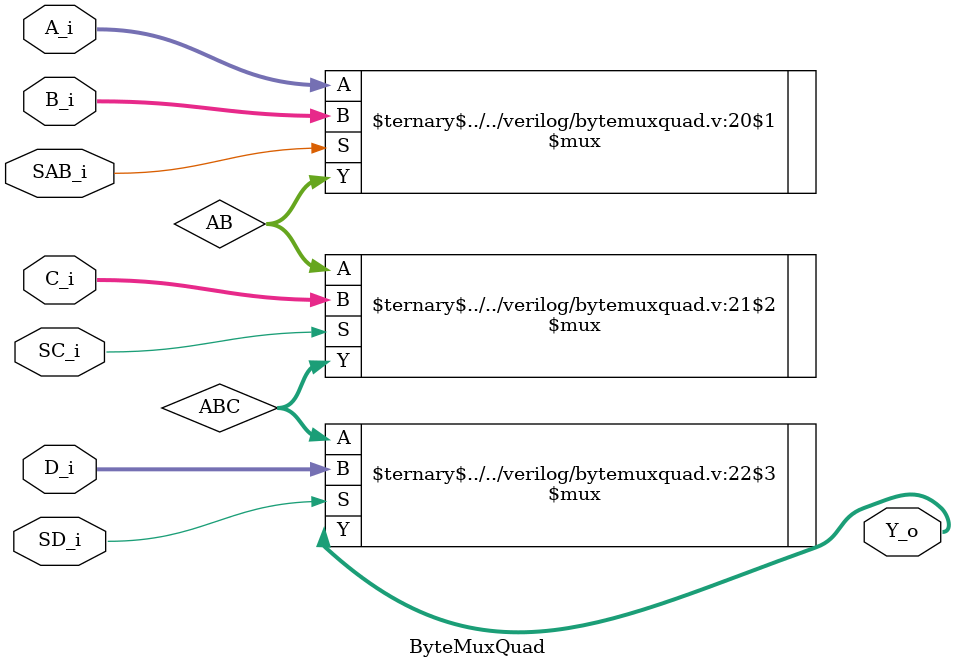
<source format=v>
/* Generated by Yosys 0.3.0+ (git sha1 3b52121) */

(* src = "../../verilog/bytemuxquad.v:1" *)
module ByteMuxQuad(A_i, B_i, C_i, D_i, SAB_i, SC_i, SD_i, Y_o);
  (* src = "../../verilog/bytemuxquad.v:20" *)
  wire [7:0] AB;
  (* src = "../../verilog/bytemuxquad.v:21" *)
  wire [7:0] ABC;
  (* intersynth_conntype = "Byte" *)
  (* src = "../../verilog/bytemuxquad.v:3" *)
  input [7:0] A_i;
  (* intersynth_conntype = "Byte" *)
  (* src = "../../verilog/bytemuxquad.v:5" *)
  input [7:0] B_i;
  (* intersynth_conntype = "Byte" *)
  (* src = "../../verilog/bytemuxquad.v:7" *)
  input [7:0] C_i;
  (* intersynth_conntype = "Byte" *)
  (* src = "../../verilog/bytemuxquad.v:9" *)
  input [7:0] D_i;
  (* intersynth_conntype = "Bit" *)
  (* src = "../../verilog/bytemuxquad.v:11" *)
  input SAB_i;
  (* intersynth_conntype = "Bit" *)
  (* src = "../../verilog/bytemuxquad.v:13" *)
  input SC_i;
  (* intersynth_conntype = "Bit" *)
  (* src = "../../verilog/bytemuxquad.v:15" *)
  input SD_i;
  (* intersynth_conntype = "Byte" *)
  (* src = "../../verilog/bytemuxquad.v:17" *)
  output [7:0] Y_o;
  (* src = "../../verilog/bytemuxquad.v:20" *)
  \$mux  #(
    .WIDTH(32'b00000000000000000000000000001000)
  ) \$ternary$../../verilog/bytemuxquad.v:20$1  (
    .A(A_i),
    .B(B_i),
    .S(SAB_i),
    .Y(AB)
  );
  (* src = "../../verilog/bytemuxquad.v:21" *)
  \$mux  #(
    .WIDTH(32'b00000000000000000000000000001000)
  ) \$ternary$../../verilog/bytemuxquad.v:21$2  (
    .A(AB),
    .B(C_i),
    .S(SC_i),
    .Y(ABC)
  );
  (* src = "../../verilog/bytemuxquad.v:22" *)
  \$mux  #(
    .WIDTH(32'b00000000000000000000000000001000)
  ) \$ternary$../../verilog/bytemuxquad.v:22$3  (
    .A(ABC),
    .B(D_i),
    .S(SD_i),
    .Y(Y_o)
  );
endmodule

</source>
